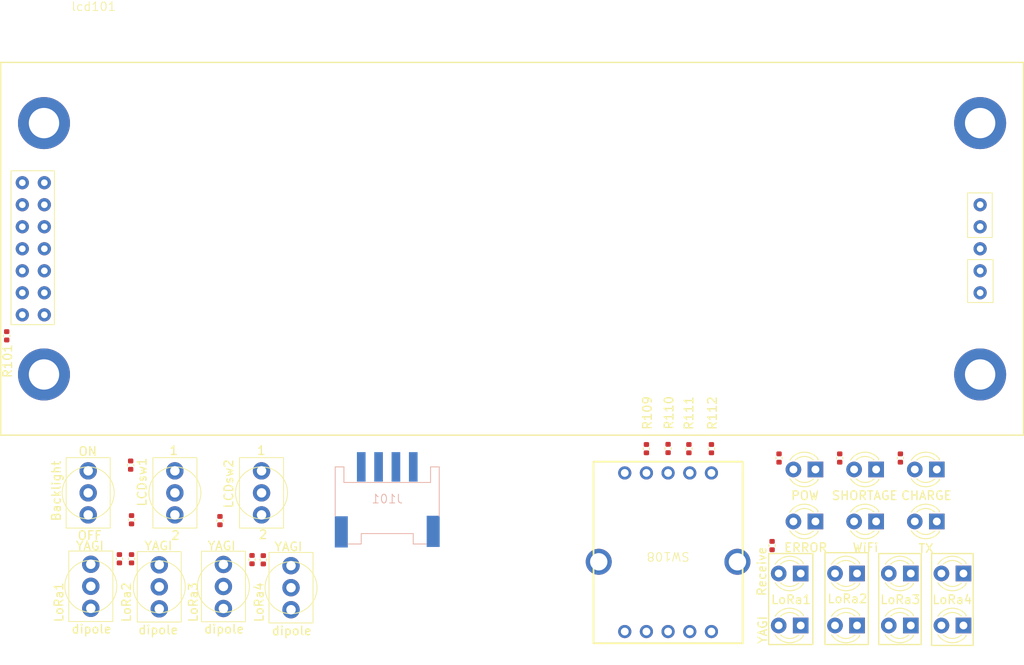
<source format=kicad_pcb>
(kicad_pcb (version 20240108) (generator "pcbnew") (generator_version "8.0")
  (layers (0 "F.Cu" signal) (31 "B.Cu" signal) (34 "B.Paste" user) (35 "F.Paste" user) (36 "B.SilkS" user "B.Silkscreen") (37 "F.SilkS" user "F.Silkscreen") (38 "B.Mask" user) (39 "F.Mask" user) (44 "Edge.Cuts" user))
  (net 0 "")
  (net 1 "GND")
  (net 2 "/lcd_sw2")
  (net 3 "/lcd_RS")
  (net 4 "Net-(lcd101-K)")
  (net 5 "/lcd_DB6")
  (net 6 "/lcd_DB4")
  (net 7 "VDD")
  (net 9 "/lcd_E")
  (net 11 "Net-(lcd101-Vo)")
  (net 14 "/lcd_DB5")
  (net 15 "/lcd_DB7")
  (net 16 "/lcd_sw1")
  (net 17 "Net-(D101-A)")
  (net 18 "Net-(D102-A)")
  (net 19 "Net-(D103-A)")
  (net 20 "/ind_row1")
  (net 21 "/ind_row3")
  (net 22 "/ind_row4")
  (net 23 "Net-(D107-A)")
  (net 24 "/ind_row2")
  (net 25 "/launch_NoGo")
  (net 26 "/LoRaSW1")
  (net 27 "/LoRaSW2")
  (net 28 "/LoRaSW3")
  (net 29 "/LoRaSW4")
  (net 30 "/ind_column4")
  (net 31 "Net-(SW103-B)")
  (net 32 "/ind_column3")
  (net 33 "/ind_column2")
  (net 34 "/ind_column1")
  (net 35 "/launch_sub")
  (net 36 "/launch_abort")
  (net 37 "/launch_go")
  (footprint "Capacitor_SMD:C_0402_1005Metric" (layer "F.Cu") (at 87.1 106.3 -90)
    (property "Reference" "R106" (hide yes))
    (property "Value" "47k")
    (fp_line (start -0.107836 0.36) (end 0.107836 0.36) (stroke (width 0.12)) (layer "F.SilkS"))
    (fp_line (start -0.107836 -0.36) (end 0.107836 -0.36) (stroke (width 0.12)) (layer "F.SilkS"))
    (pad "1" smd roundrect (at -0.48 0 270) (size 0.56 0.62) (layers "F.Cu" "F.Paste" "F.Mask") (net 7 "VDD"))
    (pad "2" smd roundrect (at 0.48 0 270) (size 0.56 0.62) (layers "F.Cu" "F.Paste" "F.Mask") (net 27 "/LoRaSW2"))
  )
  (footprint "WOBCLibrary:ToggleSwitch" (layer "F.Cu") (at 102.1 98.7)
    (property "Reference" "SW102" (hide yes))
    (property "Value" "sw1")
    (fp_rect (start -2.54 -4.065) (end 2.54 4.065) (stroke (width 0.1)) (fill none) (layer "F.SilkS"))
    (fp_circle (center 0 0) (end 3 0) (stroke (width 0.1)) (fill none) (layer "F.SilkS"))
    (pad "1" thru_hole circle (at 0 -2.54) (size 2 2) (drill 1.09) (layers "*.Cu" "*.Mask"))
    (pad "2" thru_hole circle (at 0 0) (size 2 2) (drill 1.09) (layers "*.Cu" "*.Mask") (net 2 "/lcd_sw2"))
    (pad "3" thru_hole circle (at 0 2.54) (size 2 2) (drill 1.09) (layers "*.Cu" "*.Mask") (net 1 "GND"))
  )
  (footprint "Capacitor_SMD:C_0402_1005Metric" (layer "F.Cu") (at 161 104.78 -90)
    (property "Reference" "R116" (hide yes))
    (property "Value" "1k")
    (fp_line (start -0.107836 0.36) (end 0.107836 0.36) (stroke (width 0.12)) (layer "F.SilkS"))
    (fp_line (start -0.107836 -0.36) (end 0.107836 -0.36) (stroke (width 0.12)) (layer "F.SilkS"))
    (pad "1" smd roundrect (at -0.48 0 270) (size 0.56 0.62) (layers "F.Cu" "F.Paste" "F.Mask") (net 34 "/ind_column1"))
    (pad "2" smd roundrect (at 0.48 0 270) (size 0.56 0.62) (layers "F.Cu" "F.Paste" "F.Mask") (net 17 "Net-(D101-A)"))
  )
  (footprint "Capacitor_SMD:C_0402_1005Metric" (layer "F.Cu") (at 72.7 80.58 90)
    (property "Reference" "R101" (at -2.92 0.1 -90) (layer "F.SilkS"))
    (property "Value" "1k")
    (fp_line (start -0.107836 -0.36) (end 0.107836 -0.36) (stroke (width 0.12)) (layer "F.SilkS"))
    (fp_line (start -0.107836 0.36) (end 0.107836 0.36) (stroke (width 0.12)) (layer "F.SilkS"))
    (pad "1" smd roundrect (at -0.48 0 90) (size 0.56 0.62) (layers "F.Cu" "F.Paste" "F.Mask") (net 1 "GND"))
    (pad "2" smd roundrect (at 0.48 0 90) (size 0.56 0.62) (layers "F.Cu" "F.Paste" "F.Mask") (net 11 "Net-(lcd101-Vo)"))
  )
  (footprint "Capacitor_SMD:C_0402_1005Metric" (layer "F.Cu") (at 151.4 93.6 -90)
    (property "Reference" "R111" (at -4.1 0 90) (layer "F.SilkS"))
    (property "Value" "47k")
    (fp_line (start -0.107836 0.36) (end 0.107836 0.36) (stroke (width 0.12)) (layer "F.SilkS"))
    (fp_line (start -0.107836 -0.36) (end 0.107836 -0.36) (stroke (width 0.12)) (layer "F.SilkS"))
    (pad "1" smd roundrect (at -0.48 0 270) (size 0.56 0.62) (layers "F.Cu" "F.Paste" "F.Mask") (net 7 "VDD"))
    (pad "2" smd roundrect (at 0.48 0 270) (size 0.56 0.62) (layers "F.Cu" "F.Paste" "F.Mask") (net 36 "/launch_abort"))
  )
  (footprint "LED_THT:LED_D3.0mm_FlatTop" (layer "F.Cu") (at 180 96 180)
    (property "Reference" "D103" (hide yes))
    (property "Value" "LED")
    (fp_line (start -0.29 1.08) (end -0.29 1.236) (stroke (width 0.12)) (layer "F.SilkS"))
    (fp_line (start -0.29 -1.236) (end -0.29 -1.08) (stroke (width 0.12)) (layer "F.SilkS"))
    (fp_arc (start 2.942335 1.078608) (mid 1.366487 1.987659) (end -0.29 1.235516) (stroke (width 0.12)) (layer "F.SilkS"))
    (fp_arc (start 2.31113 1.079837) (mid 1.270117 1.5) (end 0.229039 1.08) (stroke (width 0.12)) (layer "F.SilkS"))
    (fp_arc (start 0.229039 -1.08) (mid 1.270117 -1.5) (end 2.31113 -1.079837) (stroke (width 0.12)) (layer "F.SilkS"))
    (fp_arc (start -0.29 -1.235516) (mid 1.366487 -1.987659) (end 2.942335 -1.078608) (stroke (width 0.12)) (layer "F.SilkS"))
    (pad "1" thru_hole rect (at 0 0 180) (size 1.8 1.8) (drill 0.9) (layers "*.Cu" "*.Mask") (net 20 "/ind_row1"))
    (pad "2" thru_hole circle (at 2.54 0 180) (size 1.8 1.8) (drill 0.9) (layers "*.Cu" "*.Mask") (net 19 "Net-(D103-A)"))
  )
  (footprint "Capacitor_SMD:C_0402_1005Metric" (layer "F.Cu") (at 102.3 106.42 -90)
    (property "Reference" "R108" (hide yes))
    (property "Value" "47k")
    (fp_line (start -0.107836 0.36) (end 0.107836 0.36) (stroke (width 0.12)) (layer "F.SilkS"))
    (fp_line (start -0.107836 -0.36) (end 0.107836 -0.36) (stroke (width 0.12)) (layer "F.SilkS"))
    (pad "1" smd roundrect (at -0.48 0 270) (size 0.56 0.62) (layers "F.Cu" "F.Paste" "F.Mask") (net 7 "VDD"))
    (pad "2" smd roundrect (at 0.48 0 270) (size 0.56 0.62) (layers "F.Cu" "F.Paste" "F.Mask") (net 29 "/LoRaSW4"))
  )
  (footprint "LED_THT:LED_D3.0mm_FlatTop" (layer "F.Cu") (at 166 96 180)
    (property "Reference" "D101" (hide yes))
    (property "Value" "LED")
    (fp_line (start -0.29 1.08) (end -0.29 1.236) (stroke (width 0.12)) (layer "F.SilkS"))
    (fp_line (start -0.29 -1.236) (end -0.29 -1.08) (stroke (width 0.12)) (layer "F.SilkS"))
    (fp_arc (start 2.942335 1.078608) (mid 1.366487 1.987659) (end -0.29 1.235516) (stroke (width 0.12)) (layer "F.SilkS"))
    (fp_arc (start 2.31113 1.079837) (mid 1.270117 1.5) (end 0.229039 1.08) (stroke (width 0.12)) (layer "F.SilkS"))
    (fp_arc (start 0.229039 -1.08) (mid 1.270117 -1.5) (end 2.31113 -1.079837) (stroke (width 0.12)) (layer "F.SilkS"))
    (fp_arc (start -0.29 -1.235516) (mid 1.366487 -1.987659) (end 2.942335 -1.078608) (stroke (width 0.12)) (layer "F.SilkS"))
    (pad "1" thru_hole rect (at 0 0 180) (size 1.8 1.8) (drill 0.9) (layers "*.Cu" "*.Mask") (net 20 "/ind_row1"))
    (pad "2" thru_hole circle (at 2.54 0 180) (size 1.8 1.8) (drill 0.9) (layers "*.Cu" "*.Mask") (net 17 "Net-(D101-A)"))
  )
  (footprint "WOBCLibrary:ToggleSwitch" (layer "F.Cu") (at 82.4 109.48)
    (property "Reference" "SW104" (hide yes))
    (property "Value" "sw1")
    (fp_rect (start -2.54 -4.065) (end 2.54 4.065) (stroke (width 0.1)) (fill none) (layer "F.SilkS"))
    (fp_circle (center 0 0) (end 3 0) (stroke (width 0.1)) (fill none) (layer "F.SilkS"))
    (pad "1" thru_hole circle (at 0 -2.54) (size 2 2) (drill 1.09) (layers "*.Cu" "*.Mask"))
    (pad "2" thru_hole circle (at 0 0) (size 2 2) (drill 1.09) (layers "*.Cu" "*.Mask") (net 26 "/LoRaSW1"))
    (pad "3" thru_hole circle (at 0 2.54) (size 2 2) (drill 1.09) (layers "*.Cu" "*.Mask") (net 1 "GND"))
  )
  (footprint "Capacitor_SMD:C_0402_1005Metric" (layer "F.Cu") (at 175.8 94.68 -90)
    (property "Reference" "R115" (hide yes))
    (property "Value" "1k")
    (fp_line (start -0.107836 0.36) (end 0.107836 0.36) (stroke (width 0.12)) (layer "F.SilkS"))
    (fp_line (start -0.107836 -0.36) (end 0.107836 -0.36) (stroke (width 0.12)) (layer "F.SilkS"))
    (pad "1" smd roundrect (at -0.48 0 270) (size 0.56 0.62) (layers "F.Cu" "F.Paste" "F.Mask") (net 33 "/ind_column2"))
    (pad "2" smd roundrect (at 0.48 0 270) (size 0.56 0.62) (layers "F.Cu" "F.Paste" "F.Mask") (net 18 "Net-(D102-A)"))
  )
  (footprint "Capacitor_SMD:C_0402_1005Metric" (layer "F.Cu") (at 87.1 101.8 90)
    (property "Reference" "R103" (hide yes))
    (property "Value" "47k")
    (fp_line (start -0.107836 -0.36) (end 0.107836 -0.36) (stroke (width 0.12)) (layer "F.SilkS"))
    (fp_line (start -0.107836 0.36) (end 0.107836 0.36) (stroke (width 0.12)) (layer "F.SilkS"))
    (pad "1" smd roundrect (at -0.48 0 90) (size 0.56 0.62) (layers "F.Cu" "F.Paste" "F.Mask") (net 7 "VDD"))
    (pad "2" smd roundrect (at 0.48 0 90) (size 0.56 0.62) (layers "F.Cu" "F.Paste" "F.Mask") (net 16 "/lcd_sw1"))
  )
  (footprint "LED_THT:LED_D3.0mm_FlatTop" (layer "F.Cu") (at 183.075 114 180)
    (property "Reference" "D111" (hide yes))
    (property "Value" "LED")
    (fp_line (start -0.29 1.08) (end -0.29 1.236) (stroke (width 0.12)) (layer "F.SilkS"))
    (fp_line (start -0.29 -1.236) (end -0.29 -1.08) (stroke (width 0.12)) (layer "F.SilkS"))
    (fp_arc (start 2.942335 1.078608) (mid 1.366487 1.987659) (end -0.29 1.235516) (stroke (width 0.12)) (layer "F.SilkS"))
    (fp_arc (start 2.31113 1.079837) (mid 1.270117 1.5) (end 0.229039 1.08) (stroke (width 0.12)) (layer "F.SilkS"))
    (fp_arc (start 0.229039 -1.08) (mid 1.270117 -1.5) (end 2.31113 -1.079837) (stroke (width 0.12)) (layer "F.SilkS"))
    (fp_arc (start -0.29 -1.235516) (mid 1.366487 -1.987659) (end 2.942335 -1.078608) (stroke (width 0.12)) (layer "F.SilkS"))
    (pad "1" thru_hole rect (at 0 0 180) (size 1.8 1.8) (drill 0.9) (layers "*.Cu" "*.Mask") (net 22 "/ind_row4"))
    (pad "2" thru_hole circle (at 2.54 0 180) (size 1.8 1.8) (drill 0.9) (layers "*.Cu" "*.Mask") (net 23 "Net-(D107-A)"))
  )
  (footprint "Capacitor_SMD:C_0402_1005Metric" (layer "F.Cu") (at 149 93.58 -90)
    (property "Reference" "R110" (at -4.12 -0.1 90) (layer "F.SilkS"))
    (property "Value" "47k")
    (fp_line (start -0.107836 0.36) (end 0.107836 0.36) (stroke (width 0.12)) (layer "F.SilkS"))
    (fp_line (start -0.107836 -0.36) (end 0.107836 -0.36) (stroke (width 0.12)) (layer "F.SilkS"))
    (pad "1" smd roundrect (at -0.48 0 270) (size 0.56 0.62) (layers "F.Cu" "F.Paste" "F.Mask") (net 7 "VDD"))
    (pad "2" smd roundrect (at 0.48 0 270) (size 0.56 0.62) (layers "F.Cu" "F.Paste" "F.Mask") (net 35 "/launch_sub"))
  )
  (footprint "Capacitor_SMD:C_0402_1005Metric" (layer "F.Cu") (at 87 95.5 90)
    (property "Reference" "R102" (hide yes))
    (property "Value" "47k")
    (fp_line (start -0.107836 -0.36) (end 0.107836 -0.36) (stroke (width 0.12)) (layer "F.SilkS"))
    (fp_line (start -0.107836 0.36) (end 0.107836 0.36) (stroke (width 0.12)) (layer "F.SilkS"))
    (pad "1" smd roundrect (at -0.48 0 90) (size 0.56 0.62) (layers "F.Cu" "F.Paste" "F.Mask") (net 31 "Net-(SW103-B)"))
    (pad "2" smd roundrect (at 0.48 0 90) (size 0.56 0.62) (layers "F.Cu" "F.Paste" "F.Mask") (net 4 "Net-(lcd101-K)"))
  )
  (footprint "WOBCLibrary:ToggleSwitch" (layer "F.Cu") (at 97.7 109.5)
    (property "Reference" "SW106" (hide yes))
    (property "Value" "sw1")
    (fp_rect (start -2.54 -4.065) (end 2.54 4.065) (stroke (width 0.1)) (fill none) (layer "F.SilkS"))
    (fp_circle (center 0 0) (end 3 0) (stroke (width 0.1)) (fill none) (layer "F.SilkS"))
    (pad "1" thru_hole circle (at 0 -2.54) (size 2 2) (drill 1.09) (layers "*.Cu" "*.Mask"))
    (pad "2" thru_hole circle (at 0 0) (size 2 2) (drill 1.09) (layers "*.Cu" "*.Mask") (net 28 "/LoRaSW3"))
    (pad "3" thru_hole circle (at 0 2.54) (size 2 2) (drill 1.09) (layers "*.Cu" "*.Mask") (net 1 "GND"))
  )
  (footprint "LED_THT:LED_D3.0mm_FlatTop" (layer "F.Cu") (at 173 102 180)
    (property "Reference" "D114" (hide yes))
    (property "Value" "LED")
    (fp_line (start -0.29 1.08) (end -0.29 1.236) (stroke (width 0.12)) (layer "F.SilkS"))
    (fp_line (start -0.29 -1.236) (end -0.29 -1.08) (stroke (width 0.12)) (layer "F.SilkS"))
    (fp_arc (start 2.942335 1.078608) (mid 1.366487 1.987659) (end -0.29 1.235516) (stroke (width 0.12)) (layer "F.SilkS"))
    (fp_arc (start 2.31113 1.079837) (mid 1.270117 1.5) (end 0.229039 1.08) (stroke (width 0.12)) (layer "F.SilkS"))
    (fp_arc (start 0.229039 -1.08) (mid 1.270117 -1.5) (end 2.31113 -1.079837) (stroke (width 0.12)) (layer "F.SilkS"))
    (fp_arc (start -0.29 -1.235516) (mid 1.366487 -1.987659) (end 2.942335 -1.078608) (stroke (width 0.12)) (layer "F.SilkS"))
    (pad "1" thru_hole rect (at 0 0 180) (size 1.8 1.8) (drill 0.9) (layers "*.Cu" "*.Mask") (net 24 "/ind_row2"))
    (pad "2" thru_hole circle (at 2.54 0 180) (size 1.8 1.8) (drill 0.9) (layers "*.Cu" "*.Mask") (net 18 "Net-(D102-A)"))
  )
  (footprint "Capacitor_SMD:C_0402_1005Metric" (layer "F.Cu") (at 154 93.6 -90)
    (property "Reference" "R112" (at -4.1 -0.1 90) (layer "F.SilkS"))
    (property "Value" "47k")
    (fp_line (start -0.107836 0.36) (end 0.107836 0.36) (stroke (width 0.12)) (layer "F.SilkS"))
    (fp_line (start -0.107836 -0.36) (end 0.107836 -0.36) (stroke (width 0.12)) (layer "F.SilkS"))
    (pad "1" smd roundrect (at -0.48 0 270) (size 0.56 0.62) (layers "F.Cu" "F.Paste" "F.Mask") (net 7 "VDD"))
    (pad "2" smd roundrect (at 0.48 0 270) (size 0.56 0.62) (layers "F.Cu" "F.Paste" "F.Mask") (net 37 "/launch_go"))
  )
  (footprint "LED_THT:LED_D3.0mm_FlatTop" (layer "F.Cu") (at 183.075 108 180)
    (property "Reference" "D107" (hide yes))
    (property "Value" "LED")
    (fp_line (start -0.29 1.08) (end -0.29 1.236) (stroke (width 0.12)) (layer "F.SilkS"))
    (fp_line (start -0.29 -1.236) (end -0.29 -1.08) (stroke (width 0.12)) (layer "F.SilkS"))
    (fp_arc (start 2.942335 1.078608) (mid 1.366487 1.987659) (end -0.29 1.235516) (stroke (width 0.12)) (layer "F.SilkS"))
    (fp_arc (start 2.31113 1.079837) (mid 1.270117 1.5) (end 0.229039 1.08) (stroke (width 0.12)) (layer "F.SilkS"))
    (fp_arc (start 0.229039 -1.08) (mid 1.270117 -1.5) (end 2.31113 -1.079837) (stroke (width 0.12)) (layer "F.SilkS"))
    (fp_arc (start -0.29 -1.235516) (mid 1.366487 -1.987659) (end 2.942335 -1.078608) (stroke (width 0.12)) (layer "F.SilkS"))
    (pad "1" thru_hole rect (at 0 0 180) (size 1.8 1.8) (drill 0.9) (layers "*.Cu" "*.Mask") (net 21 "/ind_row3"))
    (pad "2" thru_hole circle (at 2.54 0 180) (size 1.8 1.8) (drill 0.9) (layers "*.Cu" "*.Mask") (net 23 "Net-(D107-A)"))
  )
  (footprint "LED_THT:LED_D3.0mm_FlatTop" (layer "F.Cu") (at 170.8 108 180)
    (property "Reference" "D105" (hide yes))
    (property "Value" "LED")
    (fp_line (start -0.29 1.08) (end -0.29 1.236) (stroke (width 0.12)) (layer "F.SilkS"))
    (fp_line (start -0.29 -1.236) (end -0.29 -1.08) (stroke (width 0.12)) (layer "F.SilkS"))
    (fp_arc (start 2.942335 1.078608) (mid 1.366487 1.987659) (end -0.29 1.235516) (stroke (width 0.12)) (layer "F.SilkS"))
    (fp_arc (start 2.31113 1.079837) (mid 1.270117 1.5) (end 0.229039 1.08) (stroke (width 0.12)) (layer "F.SilkS"))
    (fp_arc (start 0.229039 -1.08) (mid 1.270117 -1.5) (end 2.31113 -1.079837) (stroke (width 0.12)) (layer "F.SilkS"))
    (fp_arc (start -0.29 -1.235516) (mid 1.366487 -1.987659) (end 2.942335 -1.078608) (stroke (width 0.12)) (layer "F.SilkS"))
    (pad "1" thru_hole rect (at 0 0 180) (size 1.8 1.8) (drill 0.9) (layers "*.Cu" "*.Mask") (net 21 "/ind_row3"))
    (pad "2" thru_hole circle (at 2.54 0 180) (size 1.8 1.8) (drill 0.9) (layers "*.Cu" "*.Mask") (net 18 "Net-(D102-A)"))
  )
  (footprint "LED_THT:LED_D3.0mm_FlatTop" (layer "F.Cu") (at 164.3 114 180)
    (property "Reference" "D108" (hide yes))
    (property "Value" "LED")
    (fp_line (start -0.29 1.08) (end -0.29 1.236) (stroke (width 0.12)) (layer "F.SilkS"))
    (fp_line (start -0.29 -1.236) (end -0.29 -1.08) (stroke (width 0.12)) (layer "F.SilkS"))
    (fp_arc (start 2.942335 1.078608) (mid 1.366487 1.987659) (end -0.29 1.235516) (stroke (width 0.12)) (layer "F.SilkS"))
    (fp_arc (start 2.31113 1.079837) (mid 1.270117 1.5) (end 0.229039 1.08) (stroke (width 0.12)) (layer "F.SilkS"))
    (fp_arc (start 0.229039 -1.08) (mid 1.270117 -1.5) (end 2.31113 -1.079837) (stroke (width 0.12)) (layer "F.SilkS"))
    (fp_arc (start -0.29 -1.235516) (mid 1.366487 -1.987659) (end 2.942335 -1.078608) (stroke (width 0.12)) (layer "F.SilkS"))
    (pad "1" thru_hole rect (at 0 0 180) (size 1.8 1.8) (drill 0.9) (layers "*.Cu" "*.Mask") (net 22 "/ind_row4"))
    (pad "2" thru_hole circle (at 2.54 0 180) (size 1.8 1.8) (drill 0.9) (layers "*.Cu" "*.Mask") (net 17 "Net-(D101-A)"))
  )
  (footprint "Capacitor_SMD:C_0402_1005Metric" (layer "F.Cu") (at 85.7 106.3 -90)
    (property "Reference" "R105" (hide yes))
    (property "Value" "47k")
    (fp_line (start -0.107836 0.36) (end 0.107836 0.36) (stroke (width 0.12)) (layer "F.SilkS"))
    (fp_line (start -0.107836 -0.36) (end 0.107836 -0.36) (stroke (width 0.12)) (layer "F.SilkS"))
    (pad "1" smd roundrect (at -0.48 0 270) (size 0.56 0.62) (layers "F.Cu" "F.Paste" "F.Mask") (net 7 "VDD"))
    (pad "2" smd roundrect (at 0.48 0 270) (size 0.56 0.62) (layers "F.Cu" "F.Paste" "F.Mask") (net 26 "/LoRaSW1"))
  )
  (footprint "Capacitor_SMD:C_0402_1005Metric" (layer "F.Cu") (at 146.5 93.6 -90)
    (property "Reference" "R109" (at -4.12 -0.1 90) (layer "F.SilkS"))
    (property "Value" "47k")
    (fp_line (start -0.107836 0.36) (end 0.107836 0.36) (stroke (width 0.12)) (layer "F.SilkS"))
    (fp_line (start -0.107836 -0.36) (end 0.107836 -0.36) (stroke (width 0.12)) (layer "F.SilkS"))
    (pad "1" smd roundrect (at -0.48 0 270) (size 0.56 0.62) (layers "F.Cu" "F.Paste" "F.Mask") (net 7 "VDD"))
    (pad "2" smd roundrect (at 0.48 0 270) (size 0.56 0.62) (layers "F.Cu" "F.Paste" "F.Mask") (net 25 "/launch_NoGo"))
  )
  (footprint "LED_THT:LED_D3.0mm_FlatTop" (layer "F.Cu") (at 177 108 180)
    (property "Reference" "D106" (hide yes))
    (property "Value" "LED")
    (fp_line (start -0.29 1.08) (end -0.29 1.236) (stroke (width 0.12)) (layer "F.SilkS"))
    (fp_line (start -0.29 -1.236) (end -0.29 -1.08) (stroke (width 0.12)) (layer "F.SilkS"))
    (fp_arc (start 2.942335 1.078608) (mid 1.366487 1.987659) (end -0.29 1.235516) (stroke (width 0.12)) (layer "F.SilkS"))
    (fp_arc (start 2.31113 1.079837) (mid 1.270117 1.5) (end 0.229039 1.08) (stroke (width 0.12)) (layer "F.SilkS"))
    (fp_arc (start 0.229039 -1.08) (mid 1.270117 -1.5) (end 2.31113 -1.079837) (stroke (width 0.12)) (layer "F.SilkS"))
    (fp_arc (start -0.29 -1.235516) (mid 1.366487 -1.987659) (end 2.942335 -1.078608) (stroke (width 0.12)) (layer "F.SilkS"))
    (pad "1" thru_hole rect (at 0 0 180) (size 1.8 1.8) (drill 0.9) (layers "*.Cu" "*.Mask") (net 21 "/ind_row3"))
    (pad "2" thru_hole circle (at 2.54 0 180) (size 1.8 1.8) (drill 0.9) (layers "*.Cu" "*.Mask") (net 19 "Net-(D103-A)"))
  )
  (footprint "LED_THT:LED_D3.0mm_FlatTop" (layer "F.Cu") (at 177 114 180)
    (property "Reference" "D110" (hide yes))
    (property "Value" "LED")
    (fp_line (start -0.29 1.08) (end -0.29 1.236) (stroke (width 0.12)) (layer "F.SilkS"))
    (fp_line (start -0.29 -1.236) (end -0.29 -1.08) (stroke (width 0.12)) (layer "F.SilkS"))
    (fp_arc (start 2.942335 1.078608) (mid 1.366487 1.987659) (end -0.29 1.235516) (stroke (width 0.12)) (layer "F.SilkS"))
    (fp_arc (start 2.31113 1.079837) (mid 1.270117 1.5) (end 0.229039 1.08) (stroke (width 0.12)) (layer "F.SilkS"))
    (fp_arc (start 0.229039 -1.08) (mid 1.270117 -1.5) (end 2.31113 -1.079837) (stroke (width 0.12)) (layer "F.SilkS"))
    (fp_arc (start -0.29 -1.235516) (mid 1.366487 -1.987659) (end 2.942335 -1.078608) (stroke (width 0.12)) (layer "F.SilkS"))
    (pad "1" thru_hole rect (at 0 0 180) (size 1.8 1.8) (drill 0.9) (layers "*.Cu" "*.Mask") (net 22 "/ind_row4"))
    (pad "2" thru_hole circle (at 2.54 0 180) (size 1.8 1.8) (drill 0.9) (layers "*.Cu" "*.Mask") (net 19 "Net-(D103-A)"))
  )
  (footprint "LED_THT:LED_D3.0mm_FlatTop" (layer "F.Cu") (at 173 96 180)
    (property "Reference" "D102" (hide yes))
    (property "Value" "LED")
    (fp_line (start -0.29 1.08) (end -0.29 1.236) (stroke (width 0.12)) (layer "F.SilkS"))
    (fp_line (start -0.29 -1.236) (end -0.29 -1.08) (stroke (width 0.12)) (layer "F.SilkS"))
    (fp_arc (start 2.942335 1.078608) (mid 1.366487 1.987659) (end -0.29 1.235516) (stroke (width 0.12)) (layer "F.SilkS"))
    (fp_arc (start 2.31113 1.079837) (mid 1.270117 1.5) (end 0.229039 1.08) (stroke (width 0.12)) (layer "F.SilkS"))
    (fp_arc (start 0.229039 -1.08) (mid 1.270117 -1.5) (end 2.31113 -1.079837) (stroke (width 0.12)) (layer "F.SilkS"))
    (fp_arc (start -0.29 -1.235516) (mid 1.366487 -1.987659) (end 2.942335 -1.078608) (stroke (width 0.12)) (layer "F.SilkS"))
    (pad "1" thru_hole rect (at 0 0 180) (size 1.8 1.8) (drill 0.9) (layers "*.Cu" "*.Mask") (net 20 "/ind_row1"))
    (pad "2" thru_hole circle (at 2.54 0 180) (size 1.8 1.8) (drill 0.9) (layers "*.Cu" "*.Mask") (net 18 "Net-(D102-A)"))
  )
  (footprint "Capacitor_SMD:C_0402_1005Metric" (layer "F.Cu") (at 161.8 94.68 -90)
    (property "Reference" "R113" (hide yes))
    (property "Value" "1k")
    (fp_line (start -0.107836 0.36) (end 0.107836 0.36) (stroke (width 0.12)) (layer "F.SilkS"))
    (fp_line (start -0.107836 -0.36) (end 0.107836 -0.36) (stroke (width 0.12)) (layer "F.SilkS"))
    (pad "1" smd roundrect (at -0.48 0 270) (size 0.56 0.62) (layers "F.Cu" "F.Paste" "F.Mask") (net 30 "/ind_column4"))
    (pad "2" smd roundrect (at 0.48 0 270) (size 0.56 0.62) (layers "F.Cu" "F.Paste" "F.Mask") (net 23 "Net-(D107-A)"))
  )
  (footprint "LED_THT:LED_D3.0mm_FlatTop" (layer "F.Cu") (at 164.3 108 180)
    (property "Reference" "D104" (hide yes))
    (property "Value" "LED")
    (fp_line (start -0.29 1.08) (end -0.29 1.236) (stroke (width 0.12)) (layer "F.SilkS"))
    (fp_line (start -0.29 -1.236) (end -0.29 -1.08) (stroke (width 0.12)) (layer "F.SilkS"))
    (fp_arc (start 2.942335 1.078608) (mid 1.366487 1.987659) (end -0.29 1.235516) (stroke (width 0.12)) (layer "F.SilkS"))
    (fp_arc (start 2.31113 1.079837) (mid 1.270117 1.5) (end 0.229039 1.08) (stroke (width 0.12)) (layer "F.SilkS"))
    (fp_arc (start 0.229039 -1.08) (mid 1.270117 -1.5) (end 2.31113 -1.079837) (stroke (width 0.12)) (layer "F.SilkS"))
    (fp_arc (start -0.29 -1.235516) (mid 1.366487 -1.987659) (end 2.942335 -1.078608) (stroke (width 0.12)) (layer "F.SilkS"))
    (pad "1" thru_hole rect (at 0 0 180) (size 1.8 1.8) (drill 0.9) (layers "*.Cu" "*.Mask") (net 21 "/ind_row3"))
    (pad "2" thru_hole circle (at 2.54 0 180) (size 1.8 1.8) (drill 0.9) (layers "*.Cu" "*.Mask") (net 17 "Net-(D101-A)"))
  )
  (footprint "Capacitor_SMD:C_0402_1005Metric" (layer "F.Cu") (at 101 106.4 -90)
    (property "Reference" "R107" (hide yes))
    (property "Value" "47k")
    (fp_line (start -0.107836 0.36) (end 0.107836 0.36) (stroke (width 0.12)) (layer "F.SilkS"))
    (fp_line (start -0.107836 -0.36) (end 0.107836 -0.36) (stroke (width 0.12)) (layer "F.SilkS"))
    (pad "1" smd roundrect (at -0.48 0 270) (size 0.56 0.62) (layers "F.Cu" "F.Paste" "F.Mask") (net 7 "VDD"))
    (pad "2" smd roundrect (at 0.48 0 270) (size 0.56 0.62) (layers "F.Cu" "F.Paste" "F.Mask") (net 28 "/LoRaSW3"))
  )
  (footprint "LED_THT:LED_D3.0mm_FlatTop" (layer "F.Cu") (at 166 102 180)
    (property "Reference" "D113" (hide yes))
    (property "Value" "LED")
    (fp_line (start -0.29 1.08) (end -0.29 1.236) (stroke (width 0.12)) (layer "F.SilkS"))
    (fp_line (start -0.29 -1.236) (end -0.29 -1.08) (stroke (width 0.12)) (layer "F.SilkS"))
    (fp_arc (start 2.942335 1.078608) (mid 1.366487 1.987659) (end -0.29 1.235516) (stroke (width 0.12)) (layer "F.SilkS"))
    (fp_arc (start 2.31113 1.079837) (mid 1.270117 1.5) (end 0.229039 1.08) (stroke (width 0.12)) (layer "F.SilkS"))
    (fp_arc (start 0.229039 -1.08) (mid 1.270117 -1.5) (end 2.31113 -1.079837) (stroke (width 0.12)) (layer "F.SilkS"))
    (fp_arc (start -0.29 -1.235516) (mid 1.366487 -1.987659) (end 2.942335 -1.078608) (stroke (width 0.12)) (layer "F.SilkS"))
    (pad "1" thru_hole rect (at 0 0 180) (size 1.8 1.8) (drill 0.9) (layers "*.Cu" "*.Mask") (net 24 "/ind_row2"))
    (pad "2" thru_hole circle (at 2.54 0 180) (size 1.8 1.8) (drill 0.9) (layers "*.Cu" "*.Mask") (net 17 "Net-(D101-A)"))
  )
  (footprint "WOBCLibrary:RotarySwitch_2x04" (layer "F.Cu") (at 149 105.55 180)
    (property "Reference" "SW108" (at 0 -0.5 180) (layer "F.SilkS") (effects (font (thickness 0.1))))
    (property "Value" "~")
    (fp_rect (start -8.6 -10.5) (end 8.6 10.45) (stroke (width 0.2)) (fill none) (layer "F.SilkS"))
    (pad "" thru_hole circle (at -8 -1.1 180) (size 3 3) (drill 2) (layers "*.Cu" "*.Mask"))
    (pad "" thru_hole circle (at 8 -1.1 180) (size 3 3) (drill 2) (layers "*.Cu" "*.Mask"))
    (pad "1" thru_hole circle (at 5 9.15 180) (size 1.524 1.524) (drill 0.9) (layers "*.Cu" "*.Mask") (net 1 "GND"))
    (pad "2" thru_hole circle (at 2.5 9.15 180) (size 1.524 1.524) (drill 0.9) (layers "*.Cu" "*.Mask") (net 25 "/launch_NoGo"))
    (pad "3" thru_hole circle (at 0 9.15 180) (size 1.524 1.524) (drill 0.9) (layers "*.Cu" "*.Mask") (net 35 "/launch_sub"))
    (pad "4" thru_hole circle (at -2.5 9.15 180) (size 1.524 1.524) (drill 0.9) (layers "*.Cu" "*.Mask") (net 36 "/launch_abort"))
    (pad "5" thru_hole circle (at -5 9.15 180) (size 1.524 1.524) (drill 0.9) (layers "*.Cu" "*.Mask") (net 37 "/launch_go"))
    (pad "6" thru_hole circle (at -5 -9.15 180) (size 1.524 1.524) (drill 0.9) (layers "*.Cu" "*.Mask"))
    (pad "7" thru_hole circle (at -2.5 -9.15 180) (size 1.524 1.524) (drill 0.9) (layers "*.Cu" "*.Mask"))
    (pad "8" thru_hole circle (at 0 -9.15 180) (size 1.524 1.524) (drill 0.9) (layers "*.Cu" "*.Mask"))
    (pad "9" thru_hole circle (at 2.5 -9.15 180) (size 1.524 1.524) (drill 0.9) (layers "*.Cu" "*.Mask"))
    (pad "10" thru_hole circle (at 5 -9.15 180) (size 1.524 1.524) (drill 0.9) (layers "*.Cu" "*.Mask"))
  )
  (footprint "WOBCLibrary:ToggleSwitch" (layer "F.Cu") (at 82.1 98.7)
    (property "Reference" "SW103" (hide yes))
    (property "Value" "sw1")
    (fp_rect (start -2.54 -4.065) (end 2.54 4.065) (stroke (width 0.1)) (fill none) (layer "F.SilkS"))
    (fp_circle (center 0 0) (end 3 0) (stroke (width 0.1)) (fill none) (layer "F.SilkS"))
    (pad "1" thru_hole circle (at 0 -2.54) (size 2 2) (drill 1.09) (layers "*.Cu" "*.Mask"))
    (pad "2" thru_hole circle (at 0 0) (size 2 2) (drill 1.09) (layers "*.Cu" "*.Mask") (net 31 "Net-(SW103-B)"))
    (pad "3" thru_hole circle (at 0 2.54) (size 2 2) (drill 1.09) (layers "*.Cu" "*.Mask") (net 1 "GND"))
  )
  (footprint "LED_THT:LED_D3.0mm_FlatTop" (layer "F.Cu") (at 180 102 180)
    (property "Reference" "D112" (hide yes))
    (property "Value" "LED")
    (fp_line (start -0.29 1.08) (end -0.29 1.236) (stroke (width 0.12)) (layer "F.SilkS"))
    (fp_line (start -0.29 -1.236) (end -0.29 -1.08) (stroke (width 0.12)) (layer "F.SilkS"))
    (fp_arc (start 2.942335 1.078608) (mid 1.366487 1.987659) (end -0.29 1.235516) (stroke (width 0.12)) (layer "F.SilkS"))
    (fp_arc (start 2.31113 1.079837) (mid 1.270117 1.5) (end 0.229039 1.08) (stroke (width 0.12)) (layer "F.SilkS"))
    (fp_arc (start 0.229039 -1.08) (mid 1.270117 -1.5) (end 2.31113 -1.079837) (stroke (width 0.12)) (layer "F.SilkS"))
    (fp_arc (start -0.29 -1.235516) (mid 1.366487 -1.987659) (end 2.942335 -1.078608) (stroke (width 0.12)) (layer "F.SilkS"))
    (pad "1" thru_hole rect (at 0 0 180) (size 1.8 1.8) (drill 0.9) (layers "*.Cu" "*.Mask") (net 24 "/ind_row2"))
    (pad "2" thru_hole circle (at 2.54 0 180) (size 1.8 1.8) (drill 0.9) (layers "*.Cu" "*.Mask") (net 19 "Net-(D103-A)"))
  )
  (footprint "LED_THT:LED_D3.0mm_FlatTop" (layer "F.Cu") (at 170.8 114 180)
    (property "Reference" "D109" (hide yes))
    (property "Value" "LED")
    (fp_line (start -0.29 1.08) (end -0.29 1.236) (stroke (width 0.12)) (layer "F.SilkS"))
    (fp_line (start -0.29 -1.236) (end -0.29 -1.08) (stroke (width 0.12)) (layer "F.SilkS"))
    (fp_arc (start 2.942335 1.078608) (mid 1.366487 1.987659) (end -0.29 1.235516) (stroke (width 0.12)) (layer "F.SilkS"))
    (fp_arc (start 2.31113 1.079837) (mid 1.270117 1.5) (end 0.229039 1.08) (stroke (width 0.12)) (layer "F.SilkS"))
    (fp_arc (start 0.229039 -1.08) (mid 1.270117 -1.5) (end 2.31113 -1.079837) (stroke (width 0.12)) (layer "F.SilkS"))
    (fp_arc (start -0.29 -1.235516) (mid 1.366487 -1.987659) (end 2.942335 -1.078608) (stroke (width 0.12)) (layer "F.SilkS"))
    (pad "1" thru_hole rect (at 0 0 180) (size 1.8 1.8) (drill 0.9) (layers "*.Cu" "*.Mask") (net 22 "/ind_row4"))
    (pad "2" thru_hole circle (at 2.54 0 180) (size 1.8 1.8) (drill 0.9) (layers "*.Cu" "*.Mask") (net 18 "Net-(D102-A)"))
  )
  (footprint "WOBCLibrary:ToggleSwitch" (layer "F.Cu") (at 92.1 98.7)
    (property "Reference" "SW101" (hide yes))
    (property "Value" "sw1")
    (fp_rect (start -2.54 -4.065) (end 2.54 4.065) (stroke (width 0.1)) (fill none) (layer "F.SilkS"))
    (fp_circle (center 0 0) (end 3 0) (stroke (width 0.1)) (fill none) (layer "F.SilkS"))
    (pad "1" thru_hole circle (at 0 -2.54) (size 2 2) (drill 1.09) (layers "*.Cu" "*.Mask"))
    (pad "2" thru_hole circle (at 0 0) (size 2 2) (drill 1.09) (layers "*.Cu" "*.Mask") (net 16 "/lcd_sw1"))
    (pad "3" thru_hole circle (at 0 2.54) (size 2 2) (drill 1.09) (layers "*.Cu" "*.Mask") (net 1 "GND"))
  )
  (footprint "Capacitor_SMD:C_0402_1005Metric" (layer "F.Cu") (at 168.8 94.68 -90)
    (property "Reference" "R114" (hide yes))
    (property "Value" "1k")
    (fp_line (start -0.107836 0.36) (end 0.107836 0.36) (stroke (width 0.12)) (layer "F.SilkS"))
    (fp_line (start -0.107836 -0.36) (end 0.107836 -0.36) (stroke (width 0.12)) (layer "F.SilkS"))
    (pad "1" smd roundrect (at -0.48 0 270) (size 0.56 0.62) (layers "F.Cu" "F.Paste" "F.Mask") (net 32 "/ind_column3"))
    (pad "2" smd roundrect (at 0.48 0 270) (size 0.56 0.62) (layers "F.Cu" "F.Paste" "F.Mask") (net 19 "Net-(D103-A)"))
  )
  (footprint "Capacitor_SMD:C_0402_1005Metric" (layer "F.Cu") (at 97.3 101.9 90)
    (property "Reference" "R104" (hide yes))
    (property "Value" "47k")
    (fp_line (start -0.107836 -0.36) (end 0.107836 -0.36) (stroke (width 0.12)) (layer "F.SilkS"))
    (fp_line (start -0.107836 0.36) (end 0.107836 0.36) (stroke (width 0.12)) (layer "F.SilkS"))
    (pad "1" smd roundrect (at -0.48 0 90) (size 0.56 0.62) (layers "F.Cu" "F.Paste" "F.Mask") (net 7 "VDD"))
    (pad "2" smd roundrect (at 0.48 0 90) (size 0.56 0.62) (layers "F.Cu" "F.Paste" "F.Mask") (net 2 "/lcd_sw2"))
  )
  (footprint "WOBCLibrary:ToggleSwitch" (layer "F.Cu") (at 105.5 109.64)
    (property "Reference" "SW107" (hide yes))
    (property "Value" "sw1")
    (fp_rect (start -2.54 -4.065) (end 2.54 4.065) (stroke (width 0.1)) (fill none) (layer "F.SilkS"))
    (fp_circle (center 0 0) (end 3 0) (stroke (width 0.1)) (fill none) (layer "F.SilkS"))
    (pad "1" thru_hole circle (at 0 -2.54) (size 2 2) (drill 1.09) (layers "*.Cu" "*.Mask"))
    (pad "2" thru_hole circle (at 0 0) (size 2 2) (drill 1.09) (layers "*.Cu" "*.Mask") (net 29 "/LoRaSW4"))
    (pad "3" thru_hole circle (at 0 2.54) (size 2 2) (drill 1.09) (layers "*.Cu" "*.Mask") (net 1 "GND"))
  )
  (footprint "WOBCLibrary:SC2004CSWB" (layer "F.Cu") (at 131 70.54)
    (property "Reference" "lcd101" (at -48.26 -27.94 0) (layer "F.SilkS") (effects (font (thickness 0.1))))
    (property "Value" "SC2004CSWB-XA-LB-G")
    (fp_line (start -59 21.5) (end -59 -21.5) (stroke (width 0.15)) (layer "F.SilkS"))
    (fp_line (start -59 21.5) (end 59 21.5) (stroke (width 0.15)) (layer "F.SilkS"))
    (fp_line (start 59 -21.5) (end -59 -21.5) (stroke (width 0.15)) (layer "F.SilkS"))
    (fp_line (start 59 -21.5) (end 59 21.5) (stroke (width 0.15)) (layer "F.SilkS"))
    (fp_rect (start -57.8 -9) (end -52.8 8.75) (stroke (width 0.1)) (fill none) (layer "F.SilkS"))
    (fp_rect (start 52.55 -6.45) (end 55.4 -1.3) (stroke (width 0.1)) (fill none) (layer "F.SilkS"))
    (fp_rect (start 52.55 1.25) (end 55.5 6.2) (stroke (width 0.1)) (fill none) (layer "F.SilkS"))
    (pad "1" thru_hole circle (at -56.5 7.62) (size 1.524 1.524) (drill 0.762) (layers "*.Cu" "*.Mask") (net 1 "GND"))
    (pad "2" thru_hole circle (at -53.96 7.62) (size 1.524 1.524) (drill 0.762) (layers "*.Cu" "*.Mask") (net 7 "VDD"))
    (pad "3" thru_hole circle (at -56.5 5.08) (size 1.524 1.524) (drill 0.762) (layers "*.Cu" "*.Mask") (net 11 "Net-(lcd101-Vo)"))
    (pad "4" thru_hole circle (at -53.96 5.08) (size 1.524 1.524) (drill 0.762) (layers "*.Cu" "*.Mask") (net 3 "/lcd_RS"))
    (pad "5" thru_hole circle (at -56.5 2.54) (size 1.524 1.524) (drill 0.762) (layers "*.Cu" "*.Mask") (net 1 "GND"))
    (pad "6" thru_hole circle (at -53.96 2.54) (size 1.524 1.524) (drill 0.762) (layers "*.Cu" "*.Mask") (net 9 "/lcd_E"))
    (pad "7" thru_hole circle (at -56.5 0) (size 1.524 1.524) (drill 0.762) (layers "*.Cu" "*.Mask"))
    (pad "8" thru_hole circle (at -53.96 0) (size 1.524 1.524) (drill 0.762) (layers "*.Cu" "*.Mask"))
    (pad "9" thru_hole circle (at -56.5 -2.54) (size 1.524 1.524) (drill 0.762) (layers "*.Cu" "*.Mask"))
    (pad "10" thru_hole circle (at -53.96 -2.54) (size 1.524 1.524) (drill 0.762) (layers "*.Cu" "*.Mask"))
    (pad "11" thru_hole circle (at -56.5 -5.08) (size 1.524 1.524) (drill 0.762) (layers "*.Cu" "*.Mask") (net 6 "/lcd_DB4"))
    (pad "12" thru_hole circle (at -53.96 -5.08) (size 1.524 1.524) (drill 0.762) (layers "*.Cu" "*.Mask") (net 14 "/lcd_DB5"))
    (pad "13" thru_hole circle (at -56.5 -7.62) (size 1.524 1.524) (drill 0.762) (layers "*.Cu" "*.Mask") (net 5 "/lcd_DB6"))
    (pad "14" thru_hole circle (at -53.96 -7.62) (size 1.524 1.524) (drill 0.762) (layers "*.Cu" "*.Mask") (net 15 "/lcd_DB7"))
    (pad "15" thru_hole circle (at 54 2.54) (size 1.524 1.524) (drill 0.762) (layers "*.Cu" "*.Mask") (net 7 "VDD"))
    (pad "15" thru_hole circle (at 54 5.08) (size 1.524 1.524) (drill 0.762) (layers "*.Cu" "*.Mask") (net 7 "VDD"))
    (pad "16" thru_hole circle (at 54 0) (size 1.524 1.524) (drill 0.762) (layers "*.Cu" "*.Mask"))
    (pad "17" thru_hole circle (at 54 -5.08) (size 1.524 1.524) (drill 0.762) (layers "*.Cu" "*.Mask") (net 4 "Net-(lcd101-K)"))
    (pad "17" thru_hole circle (at 54 -2.54) (size 1.524 1.524) (drill 0.762) (layers "*.Cu" "*.Mask") (net 4 "Net-(lcd101-K)"))
    (pad "GND" thru_hole circle (at -54 -14.5) (size 6 6) (drill 3.5) (layers "*.Cu" "*.Mask"))
    (pad "GND" thru_hole circle (at -54 14.5) (size 6 6) (drill 3.5) (layers "*.Cu" "*.Mask"))
    (pad "GND" thru_hole circle (at 54 -14.5) (size 6 6) (drill 3.5) (layers "*.Cu" "*.Mask"))
    (pad "GND" thru_hole circle (at 54 14.5) (size 6 6) (drill 3.5) (layers "*.Cu" "*.Mask"))
  )
  (footprint "WOBCLibrary:ToggleSwitch" (layer "F.Cu") (at 90.3 109.54)
    (property "Reference" "SW105" (hide yes))
    (property "Value" "sw1")
    (fp_rect (start -2.54 -4.065) (end 2.54 4.065) (stroke (width 0.1)) (fill none) (layer "F.SilkS"))
    (fp_circle (center 0 0) (end 3 0) (stroke (width 0.1)) (fill none) (layer "F.SilkS"))
    (pad "1" thru_hole circle (at 0 -2.54) (size 2 2) (drill 1.09) (layers "*.Cu" "*.Mask"))
    (pad "2" thru_hole circle (at 0 0) (size 2 2) (drill 1.09) (layers "*.Cu" "*.Mask") (net 27 "/LoRaSW2"))
    (pad "3" thru_hole circle (at 0 2.54) (size 2 2) (drill 1.09) (layers "*.Cu" "*.Mask") (net 1 "GND"))
  )
  (footprint "WOBCLibrary:Grove_4P_L_SMD" (layer "B.Cu") (at 116.6 99.4 180)
    (property "Reference" "J101" (at 0 0 0) (layer "B.SilkS") (effects (font (thickness 0.1)) (justify mirror)))
    (property "Value" "Conn_01x04_MountingPin")
    (fp_line (start 6 -2) (end 6 3.7) (stroke (width 0.1)) (layer "B.SilkS"))
    (fp_line (start 5 3.7) (end 6 3.7) (stroke (width 0.1)) (layer "B.SilkS"))
    (fp_line (start 5 1.9) (end 5 3.7) (stroke (width 0.1)) (layer "B.SilkS"))
    (fp_line (start 4.5 -5.2) (end 3 -5.2) (stroke (width 0.1)) (layer "B.SilkS"))
    (fp_line (start 3 -4) (end -3 -4) (stroke (width 0.1)) (layer "B.SilkS"))
    (fp_line (start 3 -5.15) (end 3 -4.05) (stroke (width 0.1)) (layer "B.SilkS"))
    (fp_line (start -3 -5.2) (end -3 -4) (stroke (width 0.1)) (layer "B.SilkS"))
    (fp_line (start -4.5 -5.2) (end -3 -5.2) (stroke (width 0.1)) (layer "B.SilkS"))
    (fp_line (start -5 3.7) (end -5 1.9) (stroke (width 0.1)) (layer "B.SilkS"))
    (fp_line (start -5 1.9) (end 5 1.9) (stroke (width 0.1)) (layer "B.SilkS"))
    (fp_line (start -6 3.7) (end -5 3.7) (stroke (width 0.1)) (layer "B.SilkS"))
    (fp_line (start -6 -2) (end -6 3.7) (stroke (width 0.1)) (layer "B.SilkS"))
    (pad "1" smd rect (at 3 3.7 180) (size 1 3.4) (layers "B.Cu" "B.Paste" "B.Mask") (net 37 "/launch_go"))
    (pad "2" smd rect (at 1 3.7 180) (size 1 3.4) (layers "B.Cu" "B.Paste" "B.Mask") (net 36 "/launch_abort"))
    (pad "3" smd rect (at -1 3.7 180) (size 1 3.4) (layers "B.Cu" "B.Paste" "B.Mask") (net 25 "/launch_NoGo"))
    (pad "4" smd rect (at -3 3.7 180) (size 1 3.4) (layers "B.Cu" "B.Paste" "B.Mask") (net 1 "GND"))
    (pad "MP" smd rect (at -5.3 -3.74 180) (size 1.5 3.6) (layers "B.Cu" "B.Paste" "B.Mask") (net 1 "GND"))
    (pad "MP" smd rect (at 5.3 -3.8 180) (size 1.5 3.6) (layers "B.Cu" "B.Paste" "B.Mask") (net 1 "GND"))
  )
  (gr_rect (start 173.3 105.7) (end 178.2 116.2) (stroke (width 0.15)) (fill none) (layer "F.SilkS"))
  (gr_rect (start 167.1 105.6) (end 172.1 116.2) (stroke (width 0.15)) (fill none) (layer "F.SilkS"))
  (gr_rect (start 179.4 105.7) (end 184.2 116.3) (stroke (width 0.15)) (fill none) (layer "F.SilkS"))
  (gr_rect (start 160.6 105.7) (end 165.7 116.2) (stroke (width 0.15)) (fill none) (layer "F.SilkS"))
  (gr_text "YAGI" (at 80.6 105.4 0) (layer "F.SilkS") (effects (font (size 1 1)) (justify left bottom)))
  (gr_text "OFF\n" (at 80.8 104.2 0) (layer "F.SilkS") (effects (font (size 1 1)) (justify left bottom)))
  (gr_text "LCDsw2" (at 98.9 100.56 90) (layer "F.SilkS") (effects (font (size 1 1)) (justify left bottom)))
  (gr_text "LoRa4" (at 179.4 111.6 0) (layer "F.SilkS") (effects (font (size 1 1)) (justify left bottom)))
  (gr_text "POW" (at 163.1 99.6 0) (layer "F.SilkS") (effects (font (size 1 1)) (justify left bottom)))
  (gr_text "2" (at 91.6 104.2 0) (layer "F.SilkS") (effects (font (size 1 1)) (justify left bottom)))
  (gr_text "YAGI" (at 88.5 105.4 0) (layer "F.SilkS") (effects (font (size 1 1)) (justify left bottom)))
  (gr_text "CHARGE" (at 175.8 99.6 0) (layer "F.SilkS") (effects (font (size 1 1)) (justify left bottom)))
  (gr_text "LoRa4" (at 102.4 113.7 90) (layer "F.SilkS") (effects (font (size 1 1)) (justify left bottom)))
  (gr_text "dipole" (at 95.4 115 0) (layer "F.SilkS") (effects (font (size 1 1)) (justify left bottom)))
  (gr_text "LoRa3" (at 94.8 113.7 90) (layer "F.SilkS") (effects (font (size 1 1)) (justify left bottom)))
  (gr_text "dipole" (at 80.1 115 0) (layer "F.SilkS") (effects (font (size 1 1)) (justify left bottom)))
  (gr_text "YAGI" (at 160.5 116.2 90) (layer "F.SilkS") (effects (font (size 1 1)) (justify left bottom)))
  (gr_text "LoRa2" (at 87.1 113.7 90) (layer "F.SilkS") (effects (font (size 1 1)) (justify left bottom)))
  (gr_text "1" (at 91.4 94.4 0) (layer "F.SilkS") (effects (font (size 1 1)) (justify left bottom)))
  (gr_text "LCDsw1" (at 88.9 100.36 90) (layer "F.SilkS") (effects (font (size 1 1)) (justify left bottom)))
  (gr_text "LoRa2" (at 167.3 111.5 0) (layer "F.SilkS") (effects (font (size 1 1)) (justify left bottom)))
  (gr_text "SHORTAGE" (at 167.8 99.6 0) (layer "F.SilkS") (effects (font (size 1 1)) (justify left bottom)))
  (gr_text "WiFi" (at 170.2 105.6 0) (layer "F.SilkS") (effects (font (size 1 1)) (justify left bottom)))
  (gr_text "1" (at 101.5 94.4 0) (layer "F.SilkS") (effects (font (size 1 1)) (justify left bottom)))
  (gr_text "Receive" (at 160.4 110.7 90) (layer "F.SilkS") (effects (font (size 1 1)) (justify left bottom)))
  (gr_text "Backlight" (at 79 102.06 90) (layer "F.SilkS") (effects (font (size 1 1)) (justify left bottom)))
  (gr_text "LoRa1" (at 79.3 113.7 90) (layer "F.SilkS") (effects (font (size 1 1)) (justify left bottom)))
  (gr_text "LoRa1" (at 160.8 111.6 0) (layer "F.SilkS") (effects (font (size 1 1)) (justify left bottom)))
  (gr_text "LoRa3" (at 173.4 111.6 0) (layer "F.SilkS") (effects (font (size 1 1)) (justify left bottom)))
  (gr_text "ERROR" (at 162.3 105.6 0) (layer "F.SilkS") (effects (font (size 1 1)) (justify left bottom)))
  (gr_text "ON" (at 80.9 94.5 0) (layer "F.SilkS") (effects (font (size 1 1)) (justify left bottom)))
  (gr_text "YAGI" (at 95.8 105.4 0) (layer "F.SilkS") (effects (font (size 1 1)) (justify left bottom)))
  (gr_text "2" (at 101.7 104.1 0) (layer "F.SilkS") (effects (font (size 1 1)) (justify left bottom)))
  (gr_text "dipole" (at 87.8 115.1 0) (layer "F.SilkS") (effects (font (size 1 1)) (justify left bottom)))
  (gr_text "dipole" (at 103.2 115.2 0) (layer "F.SilkS") (effects (font (size 1 1)) (justify left bottom)))
  (gr_text "YAGI" (at 103.5 105.5 0) (layer "F.SilkS") (effects (font (size 1 1)) (justify left bottom)))
  (gr_text "TX" (at 177.8 105.7 0) (layer "F.SilkS") (effects (font (size 1 1)) (justify left bottom)))
)
</source>
